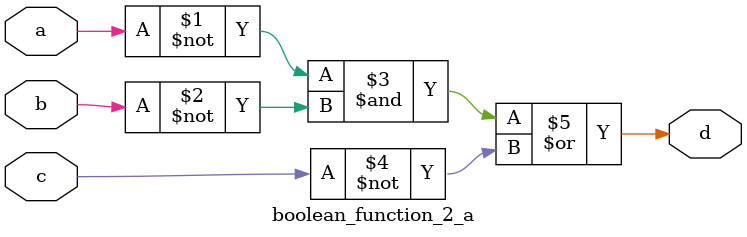
<source format=v>
`timescale 1ns / 1ps


module boolean_function_2_a(
    input a,
    input b,
    input c,
    output d
    );
    assign d=((~a)&(~b))|(~c);
endmodule

</source>
